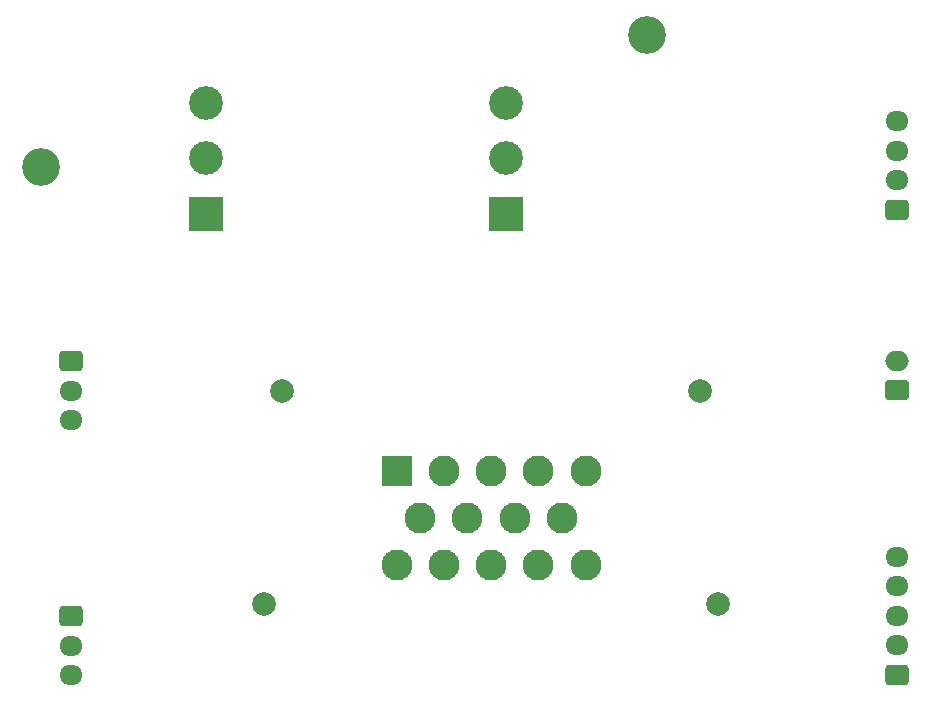
<source format=gbr>
%TF.GenerationSoftware,KiCad,Pcbnew,(6.0.1)*%
%TF.CreationDate,2022-02-14T12:00:35-05:00*%
%TF.ProjectId,interface-board,696e7465-7266-4616-9365-2d626f617264,rev?*%
%TF.SameCoordinates,Original*%
%TF.FileFunction,Soldermask,Top*%
%TF.FilePolarity,Negative*%
%FSLAX46Y46*%
G04 Gerber Fmt 4.6, Leading zero omitted, Abs format (unit mm)*
G04 Created by KiCad (PCBNEW (6.0.1)) date 2022-02-14 12:00:35*
%MOMM*%
%LPD*%
G01*
G04 APERTURE LIST*
G04 Aperture macros list*
%AMRoundRect*
0 Rectangle with rounded corners*
0 $1 Rounding radius*
0 $2 $3 $4 $5 $6 $7 $8 $9 X,Y pos of 4 corners*
0 Add a 4 corners polygon primitive as box body*
4,1,4,$2,$3,$4,$5,$6,$7,$8,$9,$2,$3,0*
0 Add four circle primitives for the rounded corners*
1,1,$1+$1,$2,$3*
1,1,$1+$1,$4,$5*
1,1,$1+$1,$6,$7*
1,1,$1+$1,$8,$9*
0 Add four rect primitives between the rounded corners*
20,1,$1+$1,$2,$3,$4,$5,0*
20,1,$1+$1,$4,$5,$6,$7,0*
20,1,$1+$1,$6,$7,$8,$9,0*
20,1,$1+$1,$8,$9,$2,$3,0*%
G04 Aperture macros list end*
%ADD10RoundRect,0.250000X-0.725000X0.600000X-0.725000X-0.600000X0.725000X-0.600000X0.725000X0.600000X0*%
%ADD11O,1.950000X1.700000*%
%ADD12C,3.200000*%
%ADD13C,2.000000*%
%ADD14R,2.625000X2.625000*%
%ADD15C,2.625000*%
%ADD16RoundRect,0.250000X0.725000X-0.600000X0.725000X0.600000X-0.725000X0.600000X-0.725000X-0.600000X0*%
%ADD17RoundRect,0.250000X0.750000X-0.600000X0.750000X0.600000X-0.750000X0.600000X-0.750000X-0.600000X0*%
%ADD18O,2.000000X1.700000*%
%ADD19R,2.850000X2.850000*%
%ADD20C,2.850000*%
G04 APERTURE END LIST*
D10*
%TO.C,RV1*%
X43180000Y-131485000D03*
D11*
X43180000Y-133985000D03*
X43180000Y-136485000D03*
%TD*%
D10*
%TO.C,RV2*%
X43180000Y-109895000D03*
D11*
X43180000Y-112395000D03*
X43180000Y-114895000D03*
%TD*%
D12*
%TO.C,H2*%
X40640000Y-93472000D03*
%TD*%
D13*
%TO.C,J1*%
X61040000Y-112390000D03*
X59540000Y-130490000D03*
X97940000Y-130490000D03*
X96440000Y-112390000D03*
D14*
X70740000Y-119190000D03*
D15*
X74740000Y-119190000D03*
X78740000Y-119190000D03*
X82740000Y-119190000D03*
X86740000Y-119190000D03*
X72740000Y-123190000D03*
X76740000Y-123190000D03*
X80740000Y-123190000D03*
X84740000Y-123190000D03*
X70740000Y-127190000D03*
X74740000Y-127190000D03*
X78740000Y-127190000D03*
X82740000Y-127190000D03*
X86740000Y-127190000D03*
%TD*%
D16*
%TO.C,J2*%
X113085000Y-136445000D03*
D11*
X113085000Y-133945000D03*
X113085000Y-131445000D03*
X113085000Y-128945000D03*
X113085000Y-126445000D03*
%TD*%
D16*
%TO.C,SW3*%
X113085000Y-97095000D03*
D11*
X113085000Y-94595000D03*
X113085000Y-92095000D03*
X113085000Y-89595000D03*
%TD*%
D17*
%TO.C,SW4*%
X113085000Y-112375000D03*
D18*
X113085000Y-109875000D03*
%TD*%
D12*
%TO.C,H1*%
X91948000Y-82296000D03*
%TD*%
D19*
%TO.C,SW1*%
X80010000Y-97410000D03*
D20*
X80010000Y-92710000D03*
X80010000Y-88010000D03*
%TD*%
D19*
%TO.C,SW2*%
X54610000Y-97410000D03*
D20*
X54610000Y-92710000D03*
X54610000Y-88010000D03*
%TD*%
M02*

</source>
